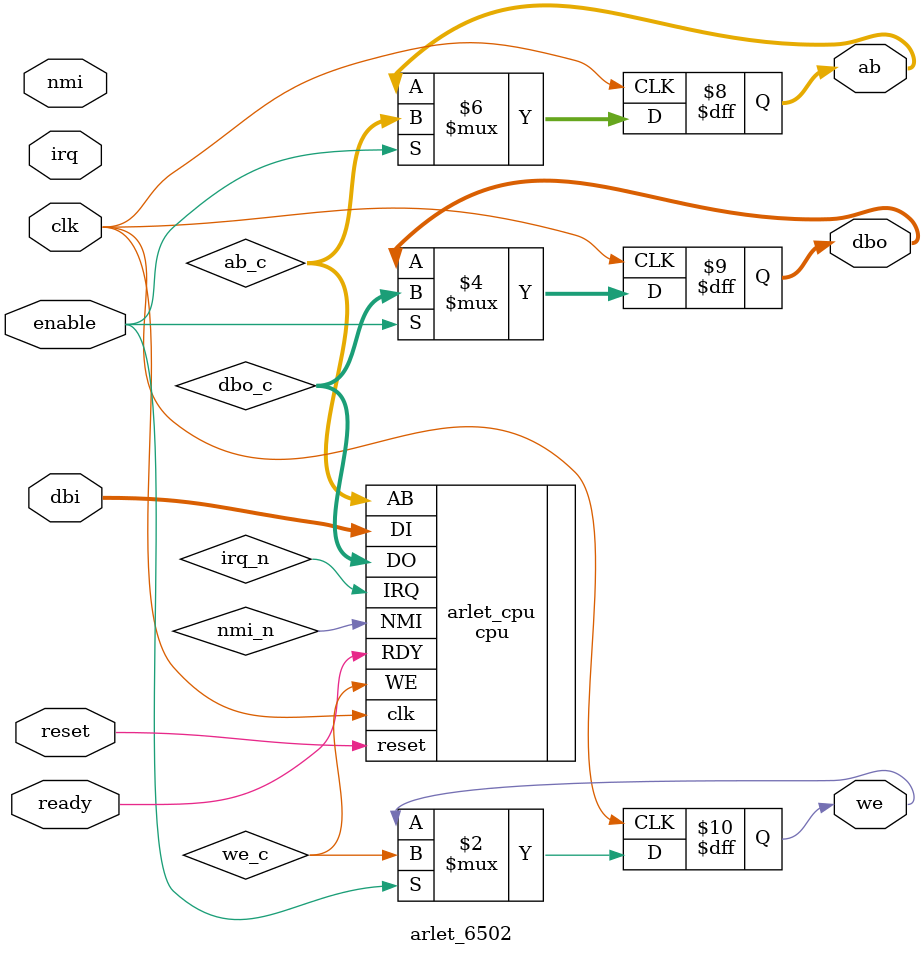
<source format=v>
module arlet_6502(
    input clk,
    input enable,
    input reset,
    output reg [15:0] ab,
    input [7:0] dbi,
    output reg [7:0] dbo,
    output reg we,
    input irq,
    input nmi,
    input ready
);

    wire [7:0] dbo_c;
    wire [15:0] ab_c;
    wire we_c;

    cpu arlet_cpu (
        .clk(clk),
        .reset(reset),
        .AB(ab_c),
        .DI(dbi),
        .DO(dbo_c),
        .WE(we_c),
        .IRQ(irq_n),
        .NMI(nmi_n),
        .RDY(ready) 
    );

    always @(posedge clk)
    begin
        if (enable)
        begin
            ab <= ab_c;
            dbo <= dbo_c;
            we <= we_c;
        end
    end
endmodule

</source>
